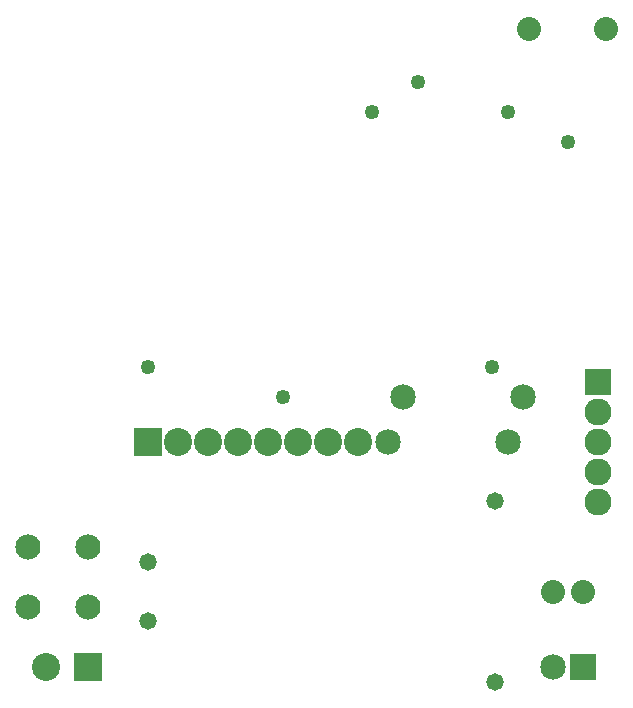
<source format=gbs>
G04 MADE WITH FRITZING*
G04 WWW.FRITZING.ORG*
G04 DOUBLE SIDED*
G04 HOLES PLATED*
G04 CONTOUR ON CENTER OF CONTOUR VECTOR*
%ASAXBY*%
%FSLAX23Y23*%
%MOIN*%
%OFA0B0*%
%SFA1.0B1.0*%
%ADD10C,0.084000*%
%ADD11C,0.057978*%
%ADD12C,0.090000*%
%ADD13C,0.093307*%
%ADD14C,0.085000*%
%ADD15C,0.080000*%
%ADD16C,0.049370*%
%ADD17R,0.090000X0.090000*%
%ADD18R,0.093307X0.093307*%
%ADD19R,0.085000X0.085000*%
%LNMASK0*%
G90*
G70*
G54D10*
X87Y372D03*
X87Y572D03*
X287Y572D03*
X287Y372D03*
G54D11*
X487Y325D03*
X487Y522D03*
X1644Y727D03*
X1644Y121D03*
G54D12*
X1987Y1122D03*
X1987Y1022D03*
X1987Y922D03*
X1987Y822D03*
X1987Y722D03*
G54D13*
X487Y922D03*
X587Y922D03*
X687Y922D03*
X787Y922D03*
X887Y922D03*
X987Y922D03*
X1087Y922D03*
X1187Y922D03*
X287Y172D03*
X149Y172D03*
G54D14*
X1937Y172D03*
X1837Y172D03*
G54D15*
X1937Y422D03*
X1837Y422D03*
X1937Y422D03*
X1837Y422D03*
G54D14*
X1687Y922D03*
X1287Y922D03*
X1737Y1072D03*
X1337Y1072D03*
G54D15*
X2015Y2300D03*
X1759Y2300D03*
G54D16*
X1389Y2121D03*
X1888Y1921D03*
X1688Y2023D03*
X1235Y2023D03*
X937Y1071D03*
X488Y1173D03*
X1636Y1173D03*
G54D17*
X1987Y1122D03*
G54D18*
X487Y922D03*
X287Y172D03*
G54D19*
X1937Y172D03*
G04 End of Mask0*
M02*
</source>
